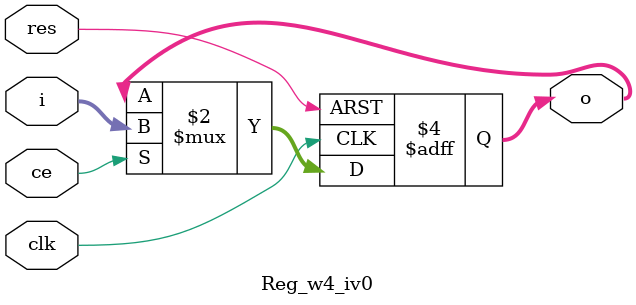
<source format=v>
`timescale 1ns / 1ps
module Reg_w4_iv0 (
   input ce,
   input [3:0] i,
   input clk,
   input res,
   output reg [3:0] o
);
always @ (posedge clk, posedge res)
   if (res)
      o <= 0;
   else
      if (ce)
         o <= i;
endmodule

</source>
